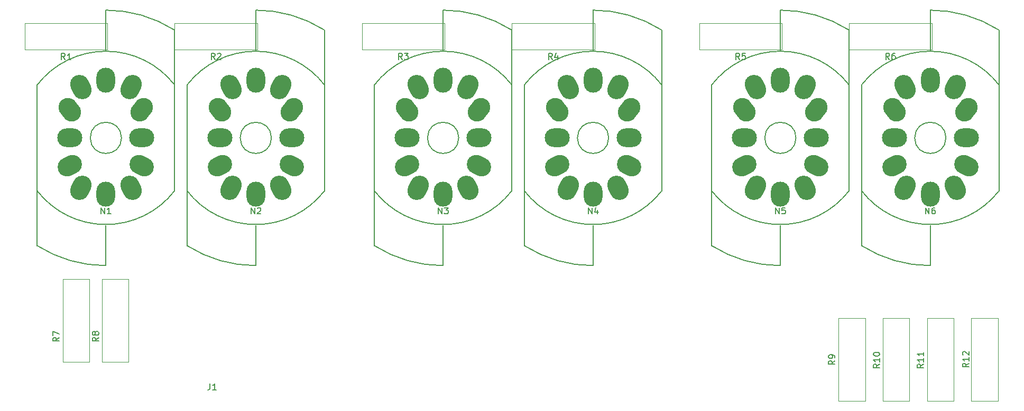
<source format=gbr>
%TF.GenerationSoftware,KiCad,Pcbnew,8.0.8*%
%TF.CreationDate,2025-04-22T21:40:42-07:00*%
%TF.ProjectId,display,64697370-6c61-4792-9e6b-696361645f70,rev?*%
%TF.SameCoordinates,Original*%
%TF.FileFunction,Legend,Top*%
%TF.FilePolarity,Positive*%
%FSLAX46Y46*%
G04 Gerber Fmt 4.6, Leading zero omitted, Abs format (unit mm)*
G04 Created by KiCad (PCBNEW 8.0.8) date 2025-04-22 21:40:42*
%MOMM*%
%LPD*%
G01*
G04 APERTURE LIST*
G04 Aperture macros list*
%AMHorizOval*
0 Thick line with rounded ends*
0 $1 width*
0 $2 $3 position (X,Y) of the first rounded end (center of the circle)*
0 $4 $5 position (X,Y) of the second rounded end (center of the circle)*
0 Add line between two ends*
20,1,$1,$2,$3,$4,$5,0*
0 Add two circle primitives to create the rounded ends*
1,1,$1,$2,$3*
1,1,$1,$4,$5*%
G04 Aperture macros list end*
%ADD10C,0.150000*%
%ADD11C,0.120000*%
%ADD12HorizOval,3.000000X-0.223880X0.447077X0.223880X-0.447077X0*%
%ADD13HorizOval,3.000000X-0.447077X0.223880X0.447077X-0.223880X0*%
%ADD14O,4.000000X3.000000*%
%ADD15HorizOval,3.000000X-0.307831X-0.394005X0.307831X0.394005X0*%
%ADD16HorizOval,3.000000X-0.223880X-0.447077X0.223880X0.447077X0*%
%ADD17O,3.000000X4.000000*%
%ADD18HorizOval,3.000000X-0.223880X0.447077X0.223880X-0.447077X0*%
%ADD19HorizOval,3.000000X-0.307831X0.394005X0.307831X-0.394005X0*%
%ADD20HorizOval,3.000000X0.447077X0.223880X-0.447077X-0.223880X0*%
%ADD21HorizOval,3.000000X0.223880X0.447077X-0.223880X-0.447077X0*%
G04 APERTURE END LIST*
D10*
X139541795Y-96654819D02*
X139541795Y-95654819D01*
X139541795Y-95654819D02*
X140113223Y-96654819D01*
X140113223Y-96654819D02*
X140113223Y-95654819D01*
X140494176Y-95654819D02*
X141113223Y-95654819D01*
X141113223Y-95654819D02*
X140779890Y-96035771D01*
X140779890Y-96035771D02*
X140922747Y-96035771D01*
X140922747Y-96035771D02*
X141017985Y-96083390D01*
X141017985Y-96083390D02*
X141065604Y-96131009D01*
X141065604Y-96131009D02*
X141113223Y-96226247D01*
X141113223Y-96226247D02*
X141113223Y-96464342D01*
X141113223Y-96464342D02*
X141065604Y-96559580D01*
X141065604Y-96559580D02*
X141017985Y-96607200D01*
X141017985Y-96607200D02*
X140922747Y-96654819D01*
X140922747Y-96654819D02*
X140637033Y-96654819D01*
X140637033Y-96654819D02*
X140541795Y-96607200D01*
X140541795Y-96607200D02*
X140494176Y-96559580D01*
X103757333Y-71874819D02*
X103424000Y-71398628D01*
X103185905Y-71874819D02*
X103185905Y-70874819D01*
X103185905Y-70874819D02*
X103566857Y-70874819D01*
X103566857Y-70874819D02*
X103662095Y-70922438D01*
X103662095Y-70922438D02*
X103709714Y-70970057D01*
X103709714Y-70970057D02*
X103757333Y-71065295D01*
X103757333Y-71065295D02*
X103757333Y-71208152D01*
X103757333Y-71208152D02*
X103709714Y-71303390D01*
X103709714Y-71303390D02*
X103662095Y-71351009D01*
X103662095Y-71351009D02*
X103566857Y-71398628D01*
X103566857Y-71398628D02*
X103185905Y-71398628D01*
X104138286Y-70970057D02*
X104185905Y-70922438D01*
X104185905Y-70922438D02*
X104281143Y-70874819D01*
X104281143Y-70874819D02*
X104519238Y-70874819D01*
X104519238Y-70874819D02*
X104614476Y-70922438D01*
X104614476Y-70922438D02*
X104662095Y-70970057D01*
X104662095Y-70970057D02*
X104709714Y-71065295D01*
X104709714Y-71065295D02*
X104709714Y-71160533D01*
X104709714Y-71160533D02*
X104662095Y-71303390D01*
X104662095Y-71303390D02*
X104090667Y-71874819D01*
X104090667Y-71874819D02*
X104709714Y-71874819D01*
X79757333Y-71894819D02*
X79424000Y-71418628D01*
X79185905Y-71894819D02*
X79185905Y-70894819D01*
X79185905Y-70894819D02*
X79566857Y-70894819D01*
X79566857Y-70894819D02*
X79662095Y-70942438D01*
X79662095Y-70942438D02*
X79709714Y-70990057D01*
X79709714Y-70990057D02*
X79757333Y-71085295D01*
X79757333Y-71085295D02*
X79757333Y-71228152D01*
X79757333Y-71228152D02*
X79709714Y-71323390D01*
X79709714Y-71323390D02*
X79662095Y-71371009D01*
X79662095Y-71371009D02*
X79566857Y-71418628D01*
X79566857Y-71418628D02*
X79185905Y-71418628D01*
X80709714Y-71894819D02*
X80138286Y-71894819D01*
X80424000Y-71894819D02*
X80424000Y-70894819D01*
X80424000Y-70894819D02*
X80328762Y-71037676D01*
X80328762Y-71037676D02*
X80233524Y-71132914D01*
X80233524Y-71132914D02*
X80138286Y-71180533D01*
X133767033Y-71874819D02*
X133433700Y-71398628D01*
X133195605Y-71874819D02*
X133195605Y-70874819D01*
X133195605Y-70874819D02*
X133576557Y-70874819D01*
X133576557Y-70874819D02*
X133671795Y-70922438D01*
X133671795Y-70922438D02*
X133719414Y-70970057D01*
X133719414Y-70970057D02*
X133767033Y-71065295D01*
X133767033Y-71065295D02*
X133767033Y-71208152D01*
X133767033Y-71208152D02*
X133719414Y-71303390D01*
X133719414Y-71303390D02*
X133671795Y-71351009D01*
X133671795Y-71351009D02*
X133576557Y-71398628D01*
X133576557Y-71398628D02*
X133195605Y-71398628D01*
X134100367Y-70874819D02*
X134719414Y-70874819D01*
X134719414Y-70874819D02*
X134386081Y-71255771D01*
X134386081Y-71255771D02*
X134528938Y-71255771D01*
X134528938Y-71255771D02*
X134624176Y-71303390D01*
X134624176Y-71303390D02*
X134671795Y-71351009D01*
X134671795Y-71351009D02*
X134719414Y-71446247D01*
X134719414Y-71446247D02*
X134719414Y-71684342D01*
X134719414Y-71684342D02*
X134671795Y-71779580D01*
X134671795Y-71779580D02*
X134624176Y-71827200D01*
X134624176Y-71827200D02*
X134528938Y-71874819D01*
X134528938Y-71874819D02*
X134243224Y-71874819D01*
X134243224Y-71874819D02*
X134147986Y-71827200D01*
X134147986Y-71827200D02*
X134100367Y-71779580D01*
X217261485Y-120752857D02*
X216785294Y-121086190D01*
X217261485Y-121324285D02*
X216261485Y-121324285D01*
X216261485Y-121324285D02*
X216261485Y-120943333D01*
X216261485Y-120943333D02*
X216309104Y-120848095D01*
X216309104Y-120848095D02*
X216356723Y-120800476D01*
X216356723Y-120800476D02*
X216451961Y-120752857D01*
X216451961Y-120752857D02*
X216594818Y-120752857D01*
X216594818Y-120752857D02*
X216690056Y-120800476D01*
X216690056Y-120800476D02*
X216737675Y-120848095D01*
X216737675Y-120848095D02*
X216785294Y-120943333D01*
X216785294Y-120943333D02*
X216785294Y-121324285D01*
X217261485Y-119800476D02*
X217261485Y-120371904D01*
X217261485Y-120086190D02*
X216261485Y-120086190D01*
X216261485Y-120086190D02*
X216404342Y-120181428D01*
X216404342Y-120181428D02*
X216499580Y-120276666D01*
X216499580Y-120276666D02*
X216547199Y-120371904D01*
X217261485Y-118848095D02*
X217261485Y-119419523D01*
X217261485Y-119133809D02*
X216261485Y-119133809D01*
X216261485Y-119133809D02*
X216404342Y-119229047D01*
X216404342Y-119229047D02*
X216499580Y-119324285D01*
X216499580Y-119324285D02*
X216547199Y-119419523D01*
X157780133Y-71874819D02*
X157446800Y-71398628D01*
X157208705Y-71874819D02*
X157208705Y-70874819D01*
X157208705Y-70874819D02*
X157589657Y-70874819D01*
X157589657Y-70874819D02*
X157684895Y-70922438D01*
X157684895Y-70922438D02*
X157732514Y-70970057D01*
X157732514Y-70970057D02*
X157780133Y-71065295D01*
X157780133Y-71065295D02*
X157780133Y-71208152D01*
X157780133Y-71208152D02*
X157732514Y-71303390D01*
X157732514Y-71303390D02*
X157684895Y-71351009D01*
X157684895Y-71351009D02*
X157589657Y-71398628D01*
X157589657Y-71398628D02*
X157208705Y-71398628D01*
X158637276Y-71208152D02*
X158637276Y-71874819D01*
X158399181Y-70827200D02*
X158161086Y-71541485D01*
X158161086Y-71541485D02*
X158780133Y-71541485D01*
X187790233Y-71874819D02*
X187456900Y-71398628D01*
X187218805Y-71874819D02*
X187218805Y-70874819D01*
X187218805Y-70874819D02*
X187599757Y-70874819D01*
X187599757Y-70874819D02*
X187694995Y-70922438D01*
X187694995Y-70922438D02*
X187742614Y-70970057D01*
X187742614Y-70970057D02*
X187790233Y-71065295D01*
X187790233Y-71065295D02*
X187790233Y-71208152D01*
X187790233Y-71208152D02*
X187742614Y-71303390D01*
X187742614Y-71303390D02*
X187694995Y-71351009D01*
X187694995Y-71351009D02*
X187599757Y-71398628D01*
X187599757Y-71398628D02*
X187218805Y-71398628D01*
X188694995Y-70874819D02*
X188218805Y-70874819D01*
X188218805Y-70874819D02*
X188171186Y-71351009D01*
X188171186Y-71351009D02*
X188218805Y-71303390D01*
X188218805Y-71303390D02*
X188314043Y-71255771D01*
X188314043Y-71255771D02*
X188552138Y-71255771D01*
X188552138Y-71255771D02*
X188647376Y-71303390D01*
X188647376Y-71303390D02*
X188694995Y-71351009D01*
X188694995Y-71351009D02*
X188742614Y-71446247D01*
X188742614Y-71446247D02*
X188742614Y-71684342D01*
X188742614Y-71684342D02*
X188694995Y-71779580D01*
X188694995Y-71779580D02*
X188647376Y-71827200D01*
X188647376Y-71827200D02*
X188552138Y-71874819D01*
X188552138Y-71874819D02*
X188314043Y-71874819D01*
X188314043Y-71874819D02*
X188218805Y-71827200D01*
X188218805Y-71827200D02*
X188171186Y-71779580D01*
X78814819Y-116476666D02*
X78338628Y-116809999D01*
X78814819Y-117048094D02*
X77814819Y-117048094D01*
X77814819Y-117048094D02*
X77814819Y-116667142D01*
X77814819Y-116667142D02*
X77862438Y-116571904D01*
X77862438Y-116571904D02*
X77910057Y-116524285D01*
X77910057Y-116524285D02*
X78005295Y-116476666D01*
X78005295Y-116476666D02*
X78148152Y-116476666D01*
X78148152Y-116476666D02*
X78243390Y-116524285D01*
X78243390Y-116524285D02*
X78291009Y-116571904D01*
X78291009Y-116571904D02*
X78338628Y-116667142D01*
X78338628Y-116667142D02*
X78338628Y-117048094D01*
X77814819Y-116143332D02*
X77814819Y-115476666D01*
X77814819Y-115476666D02*
X78814819Y-115905237D01*
X163554895Y-96654819D02*
X163554895Y-95654819D01*
X163554895Y-95654819D02*
X164126323Y-96654819D01*
X164126323Y-96654819D02*
X164126323Y-95654819D01*
X165031085Y-95988152D02*
X165031085Y-96654819D01*
X164792990Y-95607200D02*
X164554895Y-96321485D01*
X164554895Y-96321485D02*
X165173942Y-96321485D01*
X109542095Y-96654819D02*
X109542095Y-95654819D01*
X109542095Y-95654819D02*
X110113523Y-96654819D01*
X110113523Y-96654819D02*
X110113523Y-95654819D01*
X110542095Y-95750057D02*
X110589714Y-95702438D01*
X110589714Y-95702438D02*
X110684952Y-95654819D01*
X110684952Y-95654819D02*
X110923047Y-95654819D01*
X110923047Y-95654819D02*
X111018285Y-95702438D01*
X111018285Y-95702438D02*
X111065904Y-95750057D01*
X111065904Y-95750057D02*
X111113523Y-95845295D01*
X111113523Y-95845295D02*
X111113523Y-95940533D01*
X111113523Y-95940533D02*
X111065904Y-96083390D01*
X111065904Y-96083390D02*
X110494476Y-96654819D01*
X110494476Y-96654819D02*
X111113523Y-96654819D01*
X193554995Y-96654819D02*
X193554995Y-95654819D01*
X193554995Y-95654819D02*
X194126423Y-96654819D01*
X194126423Y-96654819D02*
X194126423Y-95654819D01*
X195078804Y-95654819D02*
X194602614Y-95654819D01*
X194602614Y-95654819D02*
X194554995Y-96131009D01*
X194554995Y-96131009D02*
X194602614Y-96083390D01*
X194602614Y-96083390D02*
X194697852Y-96035771D01*
X194697852Y-96035771D02*
X194935947Y-96035771D01*
X194935947Y-96035771D02*
X195031185Y-96083390D01*
X195031185Y-96083390D02*
X195078804Y-96131009D01*
X195078804Y-96131009D02*
X195126423Y-96226247D01*
X195126423Y-96226247D02*
X195126423Y-96464342D01*
X195126423Y-96464342D02*
X195078804Y-96559580D01*
X195078804Y-96559580D02*
X195031185Y-96607200D01*
X195031185Y-96607200D02*
X194935947Y-96654819D01*
X194935947Y-96654819D02*
X194697852Y-96654819D01*
X194697852Y-96654819D02*
X194602614Y-96607200D01*
X194602614Y-96607200D02*
X194554995Y-96559580D01*
X211783333Y-71864819D02*
X211450000Y-71388628D01*
X211211905Y-71864819D02*
X211211905Y-70864819D01*
X211211905Y-70864819D02*
X211592857Y-70864819D01*
X211592857Y-70864819D02*
X211688095Y-70912438D01*
X211688095Y-70912438D02*
X211735714Y-70960057D01*
X211735714Y-70960057D02*
X211783333Y-71055295D01*
X211783333Y-71055295D02*
X211783333Y-71198152D01*
X211783333Y-71198152D02*
X211735714Y-71293390D01*
X211735714Y-71293390D02*
X211688095Y-71341009D01*
X211688095Y-71341009D02*
X211592857Y-71388628D01*
X211592857Y-71388628D02*
X211211905Y-71388628D01*
X212640476Y-70864819D02*
X212450000Y-70864819D01*
X212450000Y-70864819D02*
X212354762Y-70912438D01*
X212354762Y-70912438D02*
X212307143Y-70960057D01*
X212307143Y-70960057D02*
X212211905Y-71102914D01*
X212211905Y-71102914D02*
X212164286Y-71293390D01*
X212164286Y-71293390D02*
X212164286Y-71674342D01*
X212164286Y-71674342D02*
X212211905Y-71769580D01*
X212211905Y-71769580D02*
X212259524Y-71817200D01*
X212259524Y-71817200D02*
X212354762Y-71864819D01*
X212354762Y-71864819D02*
X212545238Y-71864819D01*
X212545238Y-71864819D02*
X212640476Y-71817200D01*
X212640476Y-71817200D02*
X212688095Y-71769580D01*
X212688095Y-71769580D02*
X212735714Y-71674342D01*
X212735714Y-71674342D02*
X212735714Y-71436247D01*
X212735714Y-71436247D02*
X212688095Y-71341009D01*
X212688095Y-71341009D02*
X212640476Y-71293390D01*
X212640476Y-71293390D02*
X212545238Y-71245771D01*
X212545238Y-71245771D02*
X212354762Y-71245771D01*
X212354762Y-71245771D02*
X212259524Y-71293390D01*
X212259524Y-71293390D02*
X212211905Y-71341009D01*
X212211905Y-71341009D02*
X212164286Y-71436247D01*
X85534547Y-96654819D02*
X85534547Y-95654819D01*
X85534547Y-95654819D02*
X86105975Y-96654819D01*
X86105975Y-96654819D02*
X86105975Y-95654819D01*
X87105975Y-96654819D02*
X86534547Y-96654819D01*
X86820261Y-96654819D02*
X86820261Y-95654819D01*
X86820261Y-95654819D02*
X86725023Y-95797676D01*
X86725023Y-95797676D02*
X86629785Y-95892914D01*
X86629785Y-95892914D02*
X86534547Y-95940533D01*
X85144819Y-116476666D02*
X84668628Y-116809999D01*
X85144819Y-117048094D02*
X84144819Y-117048094D01*
X84144819Y-117048094D02*
X84144819Y-116667142D01*
X84144819Y-116667142D02*
X84192438Y-116571904D01*
X84192438Y-116571904D02*
X84240057Y-116524285D01*
X84240057Y-116524285D02*
X84335295Y-116476666D01*
X84335295Y-116476666D02*
X84478152Y-116476666D01*
X84478152Y-116476666D02*
X84573390Y-116524285D01*
X84573390Y-116524285D02*
X84621009Y-116571904D01*
X84621009Y-116571904D02*
X84668628Y-116667142D01*
X84668628Y-116667142D02*
X84668628Y-117048094D01*
X84573390Y-115905237D02*
X84525771Y-116000475D01*
X84525771Y-116000475D02*
X84478152Y-116048094D01*
X84478152Y-116048094D02*
X84382914Y-116095713D01*
X84382914Y-116095713D02*
X84335295Y-116095713D01*
X84335295Y-116095713D02*
X84240057Y-116048094D01*
X84240057Y-116048094D02*
X84192438Y-116000475D01*
X84192438Y-116000475D02*
X84144819Y-115905237D01*
X84144819Y-115905237D02*
X84144819Y-115714761D01*
X84144819Y-115714761D02*
X84192438Y-115619523D01*
X84192438Y-115619523D02*
X84240057Y-115571904D01*
X84240057Y-115571904D02*
X84335295Y-115524285D01*
X84335295Y-115524285D02*
X84382914Y-115524285D01*
X84382914Y-115524285D02*
X84478152Y-115571904D01*
X84478152Y-115571904D02*
X84525771Y-115619523D01*
X84525771Y-115619523D02*
X84573390Y-115714761D01*
X84573390Y-115714761D02*
X84573390Y-115905237D01*
X84573390Y-115905237D02*
X84621009Y-116000475D01*
X84621009Y-116000475D02*
X84668628Y-116048094D01*
X84668628Y-116048094D02*
X84763866Y-116095713D01*
X84763866Y-116095713D02*
X84954342Y-116095713D01*
X84954342Y-116095713D02*
X85049580Y-116048094D01*
X85049580Y-116048094D02*
X85097200Y-116000475D01*
X85097200Y-116000475D02*
X85144819Y-115905237D01*
X85144819Y-115905237D02*
X85144819Y-115714761D01*
X85144819Y-115714761D02*
X85097200Y-115619523D01*
X85097200Y-115619523D02*
X85049580Y-115571904D01*
X85049580Y-115571904D02*
X84954342Y-115524285D01*
X84954342Y-115524285D02*
X84763866Y-115524285D01*
X84763866Y-115524285D02*
X84668628Y-115571904D01*
X84668628Y-115571904D02*
X84621009Y-115619523D01*
X84621009Y-115619523D02*
X84573390Y-115714761D01*
X210228152Y-120772857D02*
X209751961Y-121106190D01*
X210228152Y-121344285D02*
X209228152Y-121344285D01*
X209228152Y-121344285D02*
X209228152Y-120963333D01*
X209228152Y-120963333D02*
X209275771Y-120868095D01*
X209275771Y-120868095D02*
X209323390Y-120820476D01*
X209323390Y-120820476D02*
X209418628Y-120772857D01*
X209418628Y-120772857D02*
X209561485Y-120772857D01*
X209561485Y-120772857D02*
X209656723Y-120820476D01*
X209656723Y-120820476D02*
X209704342Y-120868095D01*
X209704342Y-120868095D02*
X209751961Y-120963333D01*
X209751961Y-120963333D02*
X209751961Y-121344285D01*
X210228152Y-119820476D02*
X210228152Y-120391904D01*
X210228152Y-120106190D02*
X209228152Y-120106190D01*
X209228152Y-120106190D02*
X209371009Y-120201428D01*
X209371009Y-120201428D02*
X209466247Y-120296666D01*
X209466247Y-120296666D02*
X209513866Y-120391904D01*
X209228152Y-119201428D02*
X209228152Y-119106190D01*
X209228152Y-119106190D02*
X209275771Y-119010952D01*
X209275771Y-119010952D02*
X209323390Y-118963333D01*
X209323390Y-118963333D02*
X209418628Y-118915714D01*
X209418628Y-118915714D02*
X209609104Y-118868095D01*
X209609104Y-118868095D02*
X209847199Y-118868095D01*
X209847199Y-118868095D02*
X210037675Y-118915714D01*
X210037675Y-118915714D02*
X210132913Y-118963333D01*
X210132913Y-118963333D02*
X210180533Y-119010952D01*
X210180533Y-119010952D02*
X210228152Y-119106190D01*
X210228152Y-119106190D02*
X210228152Y-119201428D01*
X210228152Y-119201428D02*
X210180533Y-119296666D01*
X210180533Y-119296666D02*
X210132913Y-119344285D01*
X210132913Y-119344285D02*
X210037675Y-119391904D01*
X210037675Y-119391904D02*
X209847199Y-119439523D01*
X209847199Y-119439523D02*
X209609104Y-119439523D01*
X209609104Y-119439523D02*
X209418628Y-119391904D01*
X209418628Y-119391904D02*
X209323390Y-119344285D01*
X209323390Y-119344285D02*
X209275771Y-119296666D01*
X209275771Y-119296666D02*
X209228152Y-119201428D01*
X203044819Y-120216666D02*
X202568628Y-120549999D01*
X203044819Y-120788094D02*
X202044819Y-120788094D01*
X202044819Y-120788094D02*
X202044819Y-120407142D01*
X202044819Y-120407142D02*
X202092438Y-120311904D01*
X202092438Y-120311904D02*
X202140057Y-120264285D01*
X202140057Y-120264285D02*
X202235295Y-120216666D01*
X202235295Y-120216666D02*
X202378152Y-120216666D01*
X202378152Y-120216666D02*
X202473390Y-120264285D01*
X202473390Y-120264285D02*
X202521009Y-120311904D01*
X202521009Y-120311904D02*
X202568628Y-120407142D01*
X202568628Y-120407142D02*
X202568628Y-120788094D01*
X203044819Y-119740475D02*
X203044819Y-119549999D01*
X203044819Y-119549999D02*
X202997200Y-119454761D01*
X202997200Y-119454761D02*
X202949580Y-119407142D01*
X202949580Y-119407142D02*
X202806723Y-119311904D01*
X202806723Y-119311904D02*
X202616247Y-119264285D01*
X202616247Y-119264285D02*
X202235295Y-119264285D01*
X202235295Y-119264285D02*
X202140057Y-119311904D01*
X202140057Y-119311904D02*
X202092438Y-119359523D01*
X202092438Y-119359523D02*
X202044819Y-119454761D01*
X202044819Y-119454761D02*
X202044819Y-119645237D01*
X202044819Y-119645237D02*
X202092438Y-119740475D01*
X202092438Y-119740475D02*
X202140057Y-119788094D01*
X202140057Y-119788094D02*
X202235295Y-119835713D01*
X202235295Y-119835713D02*
X202473390Y-119835713D01*
X202473390Y-119835713D02*
X202568628Y-119788094D01*
X202568628Y-119788094D02*
X202616247Y-119740475D01*
X202616247Y-119740475D02*
X202663866Y-119645237D01*
X202663866Y-119645237D02*
X202663866Y-119454761D01*
X202663866Y-119454761D02*
X202616247Y-119359523D01*
X202616247Y-119359523D02*
X202568628Y-119311904D01*
X202568628Y-119311904D02*
X202473390Y-119264285D01*
X217568095Y-96654819D02*
X217568095Y-95654819D01*
X217568095Y-95654819D02*
X218139523Y-96654819D01*
X218139523Y-96654819D02*
X218139523Y-95654819D01*
X219044285Y-95654819D02*
X218853809Y-95654819D01*
X218853809Y-95654819D02*
X218758571Y-95702438D01*
X218758571Y-95702438D02*
X218710952Y-95750057D01*
X218710952Y-95750057D02*
X218615714Y-95892914D01*
X218615714Y-95892914D02*
X218568095Y-96083390D01*
X218568095Y-96083390D02*
X218568095Y-96464342D01*
X218568095Y-96464342D02*
X218615714Y-96559580D01*
X218615714Y-96559580D02*
X218663333Y-96607200D01*
X218663333Y-96607200D02*
X218758571Y-96654819D01*
X218758571Y-96654819D02*
X218949047Y-96654819D01*
X218949047Y-96654819D02*
X219044285Y-96607200D01*
X219044285Y-96607200D02*
X219091904Y-96559580D01*
X219091904Y-96559580D02*
X219139523Y-96464342D01*
X219139523Y-96464342D02*
X219139523Y-96226247D01*
X219139523Y-96226247D02*
X219091904Y-96131009D01*
X219091904Y-96131009D02*
X219044285Y-96083390D01*
X219044285Y-96083390D02*
X218949047Y-96035771D01*
X218949047Y-96035771D02*
X218758571Y-96035771D01*
X218758571Y-96035771D02*
X218663333Y-96083390D01*
X218663333Y-96083390D02*
X218615714Y-96131009D01*
X218615714Y-96131009D02*
X218568095Y-96226247D01*
X224494819Y-120622857D02*
X224018628Y-120956190D01*
X224494819Y-121194285D02*
X223494819Y-121194285D01*
X223494819Y-121194285D02*
X223494819Y-120813333D01*
X223494819Y-120813333D02*
X223542438Y-120718095D01*
X223542438Y-120718095D02*
X223590057Y-120670476D01*
X223590057Y-120670476D02*
X223685295Y-120622857D01*
X223685295Y-120622857D02*
X223828152Y-120622857D01*
X223828152Y-120622857D02*
X223923390Y-120670476D01*
X223923390Y-120670476D02*
X223971009Y-120718095D01*
X223971009Y-120718095D02*
X224018628Y-120813333D01*
X224018628Y-120813333D02*
X224018628Y-121194285D01*
X224494819Y-119670476D02*
X224494819Y-120241904D01*
X224494819Y-119956190D02*
X223494819Y-119956190D01*
X223494819Y-119956190D02*
X223637676Y-120051428D01*
X223637676Y-120051428D02*
X223732914Y-120146666D01*
X223732914Y-120146666D02*
X223780533Y-120241904D01*
X223590057Y-119289523D02*
X223542438Y-119241904D01*
X223542438Y-119241904D02*
X223494819Y-119146666D01*
X223494819Y-119146666D02*
X223494819Y-118908571D01*
X223494819Y-118908571D02*
X223542438Y-118813333D01*
X223542438Y-118813333D02*
X223590057Y-118765714D01*
X223590057Y-118765714D02*
X223685295Y-118718095D01*
X223685295Y-118718095D02*
X223780533Y-118718095D01*
X223780533Y-118718095D02*
X223923390Y-118765714D01*
X223923390Y-118765714D02*
X224494819Y-119337142D01*
X224494819Y-119337142D02*
X224494819Y-118718095D01*
X102986666Y-123874819D02*
X102986666Y-124589104D01*
X102986666Y-124589104D02*
X102939047Y-124731961D01*
X102939047Y-124731961D02*
X102843809Y-124827200D01*
X102843809Y-124827200D02*
X102700952Y-124874819D01*
X102700952Y-124874819D02*
X102605714Y-124874819D01*
X103986666Y-124874819D02*
X103415238Y-124874819D01*
X103700952Y-124874819D02*
X103700952Y-123874819D01*
X103700952Y-123874819D02*
X103605714Y-124017676D01*
X103605714Y-124017676D02*
X103510476Y-124112914D01*
X103510476Y-124112914D02*
X103415238Y-124160533D01*
%TO.C,N3*%
X129303700Y-84450000D02*
X129303700Y-75950000D01*
X129303700Y-84450000D02*
X129303700Y-92950000D01*
X129303700Y-101750000D02*
X129303700Y-92950000D01*
X140303700Y-63950000D02*
X140303700Y-70450000D01*
X140303700Y-104950000D02*
X140303700Y-98450000D01*
X151303700Y-67150000D02*
X151303700Y-75950000D01*
X151303700Y-84450000D02*
X151303700Y-75950000D01*
X151303700Y-84450000D02*
X151303700Y-92950000D01*
X129303700Y-75950000D02*
G75*
G02*
X151316813Y-75966997I11000000J-8499999D01*
G01*
X140303700Y-63950000D02*
G75*
G02*
X151227664Y-67103040I3J-20499991D01*
G01*
X140303700Y-104950000D02*
G75*
G02*
X129349477Y-101777868I0J20500000D01*
G01*
X151303700Y-92950000D02*
G75*
G02*
X129290587Y-92933003I-11000000J8500000D01*
G01*
X142803700Y-84450000D02*
G75*
G02*
X137803700Y-84450000I-2500000J0D01*
G01*
X137803700Y-84450000D02*
G75*
G02*
X142803700Y-84450000I2500000J0D01*
G01*
D11*
%TO.C,R2*%
X97304000Y-70290000D02*
X97304000Y-66050000D01*
X110544000Y-66050000D02*
X97304000Y-66050000D01*
X110544000Y-70290000D02*
X97304000Y-70290000D01*
X110544000Y-70290000D02*
X110544000Y-66050000D01*
%TO.C,R1*%
X73304000Y-70310000D02*
X73304000Y-66070000D01*
X86544000Y-66070000D02*
X73304000Y-66070000D01*
X86544000Y-70310000D02*
X73304000Y-70310000D01*
X86544000Y-70310000D02*
X86544000Y-66070000D01*
%TO.C,R3*%
X127313700Y-70290000D02*
X127313700Y-66050000D01*
X140553700Y-66050000D02*
X127313700Y-66050000D01*
X140553700Y-70290000D02*
X127313700Y-70290000D01*
X140553700Y-70290000D02*
X140553700Y-66050000D01*
%TO.C,R11*%
X217826666Y-113410000D02*
X217826666Y-126650000D01*
X222066666Y-113410000D02*
X217826666Y-113410000D01*
X222066666Y-113410000D02*
X222066666Y-126650000D01*
X222066666Y-126650000D02*
X217826666Y-126650000D01*
%TO.C,R4*%
X151326800Y-70290000D02*
X151326800Y-66050000D01*
X164566800Y-66050000D02*
X151326800Y-66050000D01*
X164566800Y-70290000D02*
X151326800Y-70290000D01*
X164566800Y-70290000D02*
X164566800Y-66050000D01*
%TO.C,R5*%
X181336900Y-70290000D02*
X181336900Y-66050000D01*
X194576900Y-66050000D02*
X181336900Y-66050000D01*
X194576900Y-70290000D02*
X181336900Y-70290000D01*
X194576900Y-70290000D02*
X194576900Y-66050000D01*
%TO.C,R7*%
X79440000Y-107150000D02*
X79440000Y-120390000D01*
X83680000Y-107150000D02*
X79440000Y-107150000D01*
X83680000Y-107150000D02*
X83680000Y-120390000D01*
X83680000Y-120390000D02*
X79440000Y-120390000D01*
D10*
%TO.C,N4*%
X153316800Y-84450000D02*
X153316800Y-75950000D01*
X153316800Y-84450000D02*
X153316800Y-92950000D01*
X153316800Y-101750000D02*
X153316800Y-92950000D01*
X164316800Y-63950000D02*
X164316800Y-70450000D01*
X164316800Y-104950000D02*
X164316800Y-98450000D01*
X175316800Y-67150000D02*
X175316800Y-75950000D01*
X175316800Y-84450000D02*
X175316800Y-75950000D01*
X175316800Y-84450000D02*
X175316800Y-92950000D01*
X153316800Y-75950000D02*
G75*
G02*
X175329913Y-75966997I11000000J-8499999D01*
G01*
X164316800Y-63950000D02*
G75*
G02*
X175240764Y-67103040I3J-20499991D01*
G01*
X164316800Y-104950000D02*
G75*
G02*
X153362577Y-101777868I0J20500000D01*
G01*
X175316800Y-92950000D02*
G75*
G02*
X153303687Y-92933003I-11000000J8500000D01*
G01*
X166816800Y-84450000D02*
G75*
G02*
X161816800Y-84450000I-2500000J0D01*
G01*
X161816800Y-84450000D02*
G75*
G02*
X166816800Y-84450000I2500000J0D01*
G01*
%TO.C,N2*%
X99304000Y-84450000D02*
X99304000Y-75950000D01*
X99304000Y-84450000D02*
X99304000Y-92950000D01*
X99304000Y-101750000D02*
X99304000Y-92950000D01*
X110304000Y-63950000D02*
X110304000Y-70450000D01*
X110304000Y-104950000D02*
X110304000Y-98450000D01*
X121304000Y-67150000D02*
X121304000Y-75950000D01*
X121304000Y-84450000D02*
X121304000Y-75950000D01*
X121304000Y-84450000D02*
X121304000Y-92950000D01*
X99304000Y-75950000D02*
G75*
G02*
X121317113Y-75966997I11000000J-8499999D01*
G01*
X110304000Y-63950000D02*
G75*
G02*
X121227964Y-67103040I3J-20499991D01*
G01*
X110304000Y-104950000D02*
G75*
G02*
X99349777Y-101777868I0J20500000D01*
G01*
X121304000Y-92950000D02*
G75*
G02*
X99290887Y-92933003I-11000000J8500000D01*
G01*
X112804000Y-84450000D02*
G75*
G02*
X107804000Y-84450000I-2500000J0D01*
G01*
X107804000Y-84450000D02*
G75*
G02*
X112804000Y-84450000I2500000J0D01*
G01*
%TO.C,N5*%
X183316900Y-84450000D02*
X183316900Y-75950000D01*
X183316900Y-84450000D02*
X183316900Y-92950000D01*
X183316900Y-101750000D02*
X183316900Y-92950000D01*
X194316900Y-63950000D02*
X194316900Y-70450000D01*
X194316900Y-104950000D02*
X194316900Y-98450000D01*
X205316900Y-67150000D02*
X205316900Y-75950000D01*
X205316900Y-84450000D02*
X205316900Y-75950000D01*
X205316900Y-84450000D02*
X205316900Y-92950000D01*
X183316900Y-75950000D02*
G75*
G02*
X205330013Y-75966997I11000000J-8499999D01*
G01*
X194316900Y-63950000D02*
G75*
G02*
X205240864Y-67103040I3J-20499991D01*
G01*
X194316900Y-104950000D02*
G75*
G02*
X183362677Y-101777868I0J20500000D01*
G01*
X205316900Y-92950000D02*
G75*
G02*
X183303787Y-92933003I-11000000J8500000D01*
G01*
X196816900Y-84450000D02*
G75*
G02*
X191816900Y-84450000I-2500000J0D01*
G01*
X191816900Y-84450000D02*
G75*
G02*
X196816900Y-84450000I2500000J0D01*
G01*
D11*
%TO.C,R6*%
X205330000Y-70280000D02*
X205330000Y-66040000D01*
X218570000Y-66040000D02*
X205330000Y-66040000D01*
X218570000Y-70280000D02*
X205330000Y-70280000D01*
X218570000Y-70280000D02*
X218570000Y-66040000D01*
D10*
%TO.C,N1*%
X75296452Y-84450000D02*
X75296452Y-75950000D01*
X75296452Y-84450000D02*
X75296452Y-92950000D01*
X75296452Y-101750000D02*
X75296452Y-92950000D01*
X86296452Y-63950000D02*
X86296452Y-70450000D01*
X86296452Y-104950000D02*
X86296452Y-98450000D01*
X97296452Y-67150000D02*
X97296452Y-75950000D01*
X97296452Y-84450000D02*
X97296452Y-75950000D01*
X97296452Y-84450000D02*
X97296452Y-92950000D01*
X75296452Y-75950000D02*
G75*
G02*
X97309565Y-75966997I11000000J-8499999D01*
G01*
X86296452Y-63950000D02*
G75*
G02*
X97220416Y-67103040I3J-20499991D01*
G01*
X86296452Y-104950000D02*
G75*
G02*
X75342229Y-101777868I0J20500000D01*
G01*
X97296452Y-92950000D02*
G75*
G02*
X75283339Y-92933003I-11000000J8500000D01*
G01*
X88796452Y-84450000D02*
G75*
G02*
X83796452Y-84450000I-2500000J0D01*
G01*
X83796452Y-84450000D02*
G75*
G02*
X88796452Y-84450000I2500000J0D01*
G01*
D11*
%TO.C,R8*%
X85660000Y-107150000D02*
X85660000Y-120390000D01*
X89900000Y-107150000D02*
X85660000Y-107150000D01*
X89900000Y-107150000D02*
X89900000Y-120390000D01*
X89900000Y-120390000D02*
X85660000Y-120390000D01*
%TO.C,R10*%
X210743333Y-113410000D02*
X210743333Y-126650000D01*
X214983333Y-113410000D02*
X210743333Y-113410000D01*
X214983333Y-113410000D02*
X214983333Y-126650000D01*
X214983333Y-126650000D02*
X210743333Y-126650000D01*
%TO.C,R9*%
X203660000Y-113410000D02*
X203660000Y-126650000D01*
X207900000Y-113410000D02*
X203660000Y-113410000D01*
X207900000Y-113410000D02*
X207900000Y-126650000D01*
X207900000Y-126650000D02*
X203660000Y-126650000D01*
D10*
%TO.C,N6*%
X207330000Y-84450000D02*
X207330000Y-75950000D01*
X207330000Y-84450000D02*
X207330000Y-92950000D01*
X207330000Y-101750000D02*
X207330000Y-92950000D01*
X218330000Y-63950000D02*
X218330000Y-70450000D01*
X218330000Y-104950000D02*
X218330000Y-98450000D01*
X229330000Y-67150000D02*
X229330000Y-75950000D01*
X229330000Y-84450000D02*
X229330000Y-75950000D01*
X229330000Y-84450000D02*
X229330000Y-92950000D01*
X207330000Y-75950000D02*
G75*
G02*
X229343113Y-75966997I11000000J-8499999D01*
G01*
X218330000Y-63950000D02*
G75*
G02*
X229253964Y-67103040I3J-20499991D01*
G01*
X218330000Y-104950000D02*
G75*
G02*
X207375777Y-101777868I0J20500000D01*
G01*
X229330000Y-92950000D02*
G75*
G02*
X207316887Y-92933003I-11000000J8500000D01*
G01*
X220830000Y-84450000D02*
G75*
G02*
X215830000Y-84450000I-2500000J0D01*
G01*
X215830000Y-84450000D02*
G75*
G02*
X220830000Y-84450000I2500000J0D01*
G01*
D11*
%TO.C,R12*%
X224910000Y-113410000D02*
X224910000Y-126650000D01*
X229150000Y-113410000D02*
X224910000Y-113410000D01*
X229150000Y-113410000D02*
X229150000Y-126650000D01*
X229150000Y-126650000D02*
X224910000Y-126650000D01*
%TD*%
D12*
%TO.C,N3*%
X144303700Y-92450000D03*
D13*
X146053700Y-88950000D03*
D14*
X146053700Y-84450000D03*
D15*
X146053700Y-79950000D03*
D16*
X144303700Y-76325000D03*
D17*
X140303700Y-75200000D03*
D18*
X136303700Y-76325000D03*
D19*
X134553700Y-79950000D03*
D14*
X134553700Y-84450000D03*
D20*
X134553700Y-88950000D03*
D21*
X136303700Y-92450000D03*
D17*
X140303700Y-93450000D03*
%TD*%
D12*
%TO.C,N4*%
X168316800Y-92450000D03*
D13*
X170066800Y-88950000D03*
D14*
X170066800Y-84450000D03*
D15*
X170066800Y-79950000D03*
D16*
X168316800Y-76325000D03*
D17*
X164316800Y-75200000D03*
D18*
X160316800Y-76325000D03*
D19*
X158566800Y-79950000D03*
D14*
X158566800Y-84450000D03*
D20*
X158566800Y-88950000D03*
D21*
X160316800Y-92450000D03*
D17*
X164316800Y-93450000D03*
%TD*%
D12*
%TO.C,N2*%
X114304000Y-92450000D03*
D13*
X116054000Y-88950000D03*
D14*
X116054000Y-84450000D03*
D15*
X116054000Y-79950000D03*
D16*
X114304000Y-76325000D03*
D17*
X110304000Y-75200000D03*
D18*
X106304000Y-76325000D03*
D19*
X104554000Y-79950000D03*
D14*
X104554000Y-84450000D03*
D20*
X104554000Y-88950000D03*
D21*
X106304000Y-92450000D03*
D17*
X110304000Y-93450000D03*
%TD*%
D12*
%TO.C,N5*%
X198316900Y-92450000D03*
D13*
X200066900Y-88950000D03*
D14*
X200066900Y-84450000D03*
D15*
X200066900Y-79950000D03*
D16*
X198316900Y-76325000D03*
D17*
X194316900Y-75200000D03*
D18*
X190316900Y-76325000D03*
D19*
X188566900Y-79950000D03*
D14*
X188566900Y-84450000D03*
D20*
X188566900Y-88950000D03*
D21*
X190316900Y-92450000D03*
D17*
X194316900Y-93450000D03*
%TD*%
D12*
%TO.C,N1*%
X90296452Y-92450000D03*
D13*
X92046452Y-88950000D03*
D14*
X92046452Y-84450000D03*
D15*
X92046452Y-79950000D03*
D16*
X90296452Y-76325000D03*
D17*
X86296452Y-75200000D03*
D18*
X82296452Y-76325000D03*
D19*
X80546452Y-79950000D03*
D14*
X80546452Y-84450000D03*
D20*
X80546452Y-88950000D03*
D21*
X82296452Y-92450000D03*
D17*
X86296452Y-93450000D03*
%TD*%
D12*
%TO.C,N6*%
X222330000Y-92450000D03*
D13*
X224080000Y-88950000D03*
D14*
X224080000Y-84450000D03*
D15*
X224080000Y-79950000D03*
D16*
X222330000Y-76325000D03*
D17*
X218330000Y-75200000D03*
D18*
X214330000Y-76325000D03*
D19*
X212580000Y-79950000D03*
D14*
X212580000Y-84450000D03*
D20*
X212580000Y-88950000D03*
D21*
X214330000Y-92450000D03*
D17*
X218330000Y-93450000D03*
%TD*%
M02*

</source>
